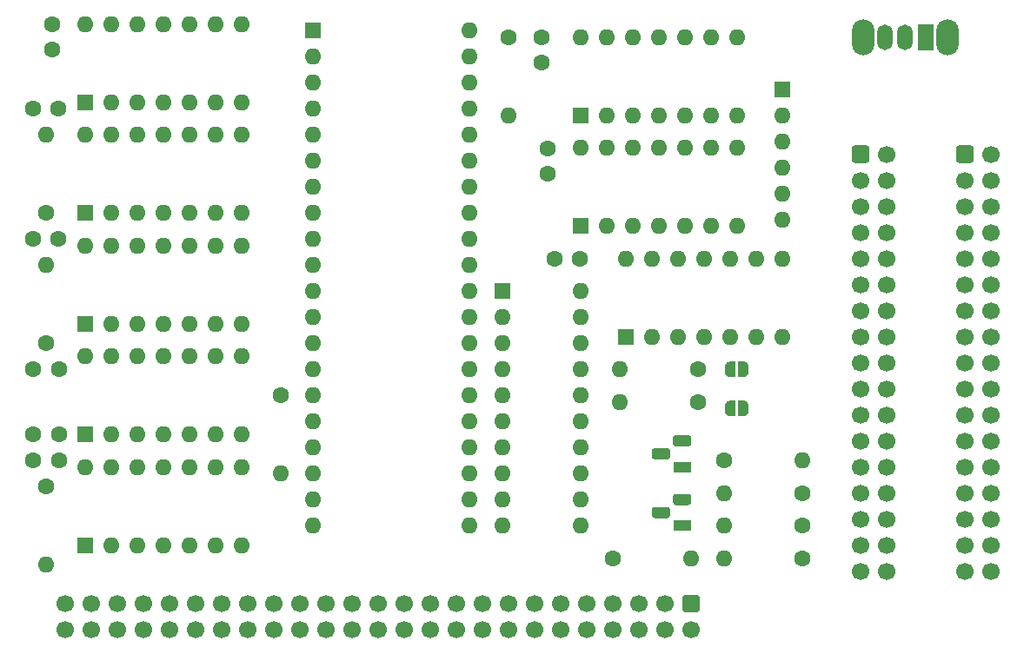
<source format=gts>
G04 #@! TF.GenerationSoftware,KiCad,Pcbnew,(5.1.12)-1*
G04 #@! TF.CreationDate,2024-01-30T17:24:50+00:00*
G04 #@! TF.ProjectId,CPC-DDI20,4350432d-4444-4493-9230-2e6b69636164,rev?*
G04 #@! TF.SameCoordinates,Original*
G04 #@! TF.FileFunction,Soldermask,Top*
G04 #@! TF.FilePolarity,Negative*
%FSLAX46Y46*%
G04 Gerber Fmt 4.6, Leading zero omitted, Abs format (unit mm)*
G04 Created by KiCad (PCBNEW (5.1.12)-1) date 2024-01-30 17:24:50*
%MOMM*%
%LPD*%
G01*
G04 APERTURE LIST*
%ADD10O,1.600000X1.600000*%
%ADD11R,1.600000X1.600000*%
%ADD12O,2.200000X3.500000*%
%ADD13O,1.500000X2.500000*%
%ADD14R,1.500000X2.500000*%
%ADD15C,1.600000*%
%ADD16C,1.700000*%
%ADD17R,1.800000X1.100000*%
%ADD18C,0.100000*%
G04 APERTURE END LIST*
D10*
X208915000Y-117475000D03*
X224155000Y-125095000D03*
X211455000Y-117475000D03*
X221615000Y-125095000D03*
X213995000Y-117475000D03*
X219075000Y-125095000D03*
X216535000Y-117475000D03*
X216535000Y-125095000D03*
X219075000Y-117475000D03*
X213995000Y-125095000D03*
X221615000Y-117475000D03*
X211455000Y-125095000D03*
X224155000Y-117475000D03*
D11*
X208915000Y-125095000D03*
D10*
X160655000Y-127000000D03*
X175895000Y-134620000D03*
X163195000Y-127000000D03*
X173355000Y-134620000D03*
X165735000Y-127000000D03*
X170815000Y-134620000D03*
X168275000Y-127000000D03*
X168275000Y-134620000D03*
X170815000Y-127000000D03*
X165735000Y-134620000D03*
X173355000Y-127000000D03*
X163195000Y-134620000D03*
X175895000Y-127000000D03*
D11*
X160655000Y-134620000D03*
D12*
X236470000Y-106680000D03*
X244670000Y-106680000D03*
D13*
X238570000Y-106680000D03*
X240570000Y-106680000D03*
D14*
X242570000Y-106680000D03*
D15*
X155615000Y-145415000D03*
X158115000Y-145415000D03*
D10*
X228600000Y-124460000D03*
X228600000Y-121920000D03*
X228600000Y-119380000D03*
X228600000Y-116840000D03*
X228600000Y-114300000D03*
D11*
X228600000Y-111760000D03*
D10*
X160655000Y-137795000D03*
X175895000Y-145415000D03*
X163195000Y-137795000D03*
X173355000Y-145415000D03*
X165735000Y-137795000D03*
X170815000Y-145415000D03*
X168275000Y-137795000D03*
X168275000Y-145415000D03*
X170815000Y-137795000D03*
X165735000Y-145415000D03*
X173355000Y-137795000D03*
X163195000Y-145415000D03*
X175895000Y-137795000D03*
D11*
X160655000Y-145415000D03*
D16*
X158750000Y-164465000D03*
X161290000Y-164465000D03*
X163830000Y-164465000D03*
X166370000Y-164465000D03*
X168910000Y-164465000D03*
X171450000Y-164465000D03*
X173990000Y-164465000D03*
X176530000Y-164465000D03*
X179070000Y-164465000D03*
X181610000Y-164465000D03*
X184150000Y-164465000D03*
X186690000Y-164465000D03*
X189230000Y-164465000D03*
X191770000Y-164465000D03*
X194310000Y-164465000D03*
X196850000Y-164465000D03*
X199390000Y-164465000D03*
X201930000Y-164465000D03*
X204470000Y-164465000D03*
X207010000Y-164465000D03*
X209550000Y-164465000D03*
X212090000Y-164465000D03*
X214630000Y-164465000D03*
X217170000Y-164465000D03*
X219710000Y-164465000D03*
X158750000Y-161925000D03*
X161290000Y-161925000D03*
X163830000Y-161925000D03*
X166370000Y-161925000D03*
X168910000Y-161925000D03*
X171450000Y-161925000D03*
X173990000Y-161925000D03*
X176530000Y-161925000D03*
X179070000Y-161925000D03*
X181610000Y-161925000D03*
X184150000Y-161925000D03*
X186690000Y-161925000D03*
X189230000Y-161925000D03*
X191770000Y-161925000D03*
X194310000Y-161925000D03*
X196850000Y-161925000D03*
X199390000Y-161925000D03*
X201930000Y-161925000D03*
X204470000Y-161925000D03*
X207010000Y-161925000D03*
X209550000Y-161925000D03*
X212090000Y-161925000D03*
X214630000Y-161925000D03*
X217170000Y-161925000D03*
G36*
G01*
X219110000Y-161075000D02*
X220310000Y-161075000D01*
G75*
G02*
X220560000Y-161325000I0J-250000D01*
G01*
X220560000Y-162525000D01*
G75*
G02*
X220310000Y-162775000I-250000J0D01*
G01*
X219110000Y-162775000D01*
G75*
G02*
X218860000Y-162525000I0J250000D01*
G01*
X218860000Y-161325000D01*
G75*
G02*
X219110000Y-161075000I250000J0D01*
G01*
G37*
D17*
X218840000Y-148590000D03*
G36*
G01*
X219465000Y-146600000D02*
X218215000Y-146600000D01*
G75*
G02*
X217940000Y-146325000I0J275000D01*
G01*
X217940000Y-145775000D01*
G75*
G02*
X218215000Y-145500000I275000J0D01*
G01*
X219465000Y-145500000D01*
G75*
G02*
X219740000Y-145775000I0J-275000D01*
G01*
X219740000Y-146325000D01*
G75*
G02*
X219465000Y-146600000I-275000J0D01*
G01*
G37*
G36*
G01*
X217395000Y-147870000D02*
X216145000Y-147870000D01*
G75*
G02*
X215870000Y-147595000I0J275000D01*
G01*
X215870000Y-147045000D01*
G75*
G02*
X216145000Y-146770000I275000J0D01*
G01*
X217395000Y-146770000D01*
G75*
G02*
X217670000Y-147045000I0J-275000D01*
G01*
X217670000Y-147595000D01*
G75*
G02*
X217395000Y-147870000I-275000J0D01*
G01*
G37*
X218840000Y-154305000D03*
G36*
G01*
X219465000Y-152315000D02*
X218215000Y-152315000D01*
G75*
G02*
X217940000Y-152040000I0J275000D01*
G01*
X217940000Y-151490000D01*
G75*
G02*
X218215000Y-151215000I275000J0D01*
G01*
X219465000Y-151215000D01*
G75*
G02*
X219740000Y-151490000I0J-275000D01*
G01*
X219740000Y-152040000D01*
G75*
G02*
X219465000Y-152315000I-275000J0D01*
G01*
G37*
G36*
G01*
X217395000Y-153585000D02*
X216145000Y-153585000D01*
G75*
G02*
X215870000Y-153310000I0J275000D01*
G01*
X215870000Y-152760000D01*
G75*
G02*
X216145000Y-152485000I275000J0D01*
G01*
X217395000Y-152485000D01*
G75*
G02*
X217670000Y-152760000I0J-275000D01*
G01*
X217670000Y-153310000D01*
G75*
G02*
X217395000Y-153585000I-275000J0D01*
G01*
G37*
D16*
X248920000Y-158750000D03*
X248920000Y-156210000D03*
X248920000Y-153670000D03*
X248920000Y-151130000D03*
X248920000Y-148590000D03*
X248920000Y-146050000D03*
X248920000Y-143510000D03*
X248920000Y-140970000D03*
X248920000Y-138430000D03*
X248920000Y-135890000D03*
X248920000Y-133350000D03*
X248920000Y-130810000D03*
X248920000Y-128270000D03*
X248920000Y-125730000D03*
X248920000Y-123190000D03*
X248920000Y-120650000D03*
X248920000Y-118110000D03*
X246380000Y-158750000D03*
X246380000Y-156210000D03*
X246380000Y-153670000D03*
X246380000Y-151130000D03*
X246380000Y-148590000D03*
X246380000Y-146050000D03*
X246380000Y-143510000D03*
X246380000Y-140970000D03*
X246380000Y-138430000D03*
X246380000Y-135890000D03*
X246380000Y-133350000D03*
X246380000Y-130810000D03*
X246380000Y-128270000D03*
X246380000Y-125730000D03*
X246380000Y-123190000D03*
X246380000Y-120650000D03*
G36*
G01*
X245530000Y-118710000D02*
X245530000Y-117510000D01*
G75*
G02*
X245780000Y-117260000I250000J0D01*
G01*
X246980000Y-117260000D01*
G75*
G02*
X247230000Y-117510000I0J-250000D01*
G01*
X247230000Y-118710000D01*
G75*
G02*
X246980000Y-118960000I-250000J0D01*
G01*
X245780000Y-118960000D01*
G75*
G02*
X245530000Y-118710000I0J250000D01*
G01*
G37*
X238760000Y-158750000D03*
X238760000Y-156210000D03*
X238760000Y-153670000D03*
X238760000Y-151130000D03*
X238760000Y-148590000D03*
X238760000Y-146050000D03*
X238760000Y-143510000D03*
X238760000Y-140970000D03*
X238760000Y-138430000D03*
X238760000Y-135890000D03*
X238760000Y-133350000D03*
X238760000Y-130810000D03*
X238760000Y-128270000D03*
X238760000Y-125730000D03*
X238760000Y-123190000D03*
X238760000Y-120650000D03*
X238760000Y-118110000D03*
X236220000Y-158750000D03*
X236220000Y-156210000D03*
X236220000Y-153670000D03*
X236220000Y-151130000D03*
X236220000Y-148590000D03*
X236220000Y-146050000D03*
X236220000Y-143510000D03*
X236220000Y-140970000D03*
X236220000Y-138430000D03*
X236220000Y-135890000D03*
X236220000Y-133350000D03*
X236220000Y-130810000D03*
X236220000Y-128270000D03*
X236220000Y-125730000D03*
X236220000Y-123190000D03*
X236220000Y-120650000D03*
G36*
G01*
X235370000Y-118710000D02*
X235370000Y-117510000D01*
G75*
G02*
X235620000Y-117260000I250000J0D01*
G01*
X236820000Y-117260000D01*
G75*
G02*
X237070000Y-117510000I0J-250000D01*
G01*
X237070000Y-118710000D01*
G75*
G02*
X236820000Y-118960000I-250000J0D01*
G01*
X235620000Y-118960000D01*
G75*
G02*
X235370000Y-118710000I0J250000D01*
G01*
G37*
D10*
X156845000Y-116205000D03*
D15*
X156845000Y-123825000D03*
X206375000Y-128310000D03*
X208875000Y-128310000D03*
X155575000Y-126325000D03*
X158075000Y-126325000D03*
X205105000Y-109180000D03*
X205105000Y-106680000D03*
X205740000Y-120015000D03*
X205740000Y-117515000D03*
D10*
X160655000Y-116205000D03*
X175895000Y-123825000D03*
X163195000Y-116205000D03*
X173355000Y-123825000D03*
X165735000Y-116205000D03*
X170815000Y-123825000D03*
X168275000Y-116205000D03*
X168275000Y-123825000D03*
X170815000Y-116205000D03*
X165735000Y-123825000D03*
X173355000Y-116205000D03*
X163195000Y-123825000D03*
X175895000Y-116205000D03*
D11*
X160655000Y-123825000D03*
D10*
X160655000Y-105410000D03*
X175895000Y-113030000D03*
X163195000Y-105410000D03*
X173355000Y-113030000D03*
X165735000Y-105410000D03*
X170815000Y-113030000D03*
X168275000Y-105410000D03*
X168275000Y-113030000D03*
X170815000Y-105410000D03*
X165735000Y-113030000D03*
X173355000Y-105410000D03*
X163195000Y-113030000D03*
X175895000Y-105410000D03*
D11*
X160655000Y-113030000D03*
D10*
X201930000Y-114300000D03*
D15*
X201930000Y-106680000D03*
D10*
X179705000Y-149225000D03*
D15*
X179705000Y-141605000D03*
D10*
X230505000Y-147955000D03*
D15*
X222885000Y-147955000D03*
D10*
X222885000Y-151130000D03*
D15*
X230505000Y-151130000D03*
D10*
X222885000Y-154305000D03*
D15*
X230505000Y-154305000D03*
D10*
X219710000Y-157480000D03*
D15*
X212090000Y-157480000D03*
D10*
X222885000Y-157480000D03*
D15*
X230505000Y-157480000D03*
D10*
X156845000Y-158115000D03*
D15*
X156845000Y-150495000D03*
D10*
X212725000Y-139065000D03*
D15*
X220345000Y-139065000D03*
D10*
X212725000Y-142240000D03*
D15*
X220345000Y-142240000D03*
D10*
X156845000Y-128905000D03*
D15*
X156845000Y-136525000D03*
D18*
G36*
X224020000Y-143625000D02*
G01*
X223520000Y-143625000D01*
X223520000Y-143624398D01*
X223495466Y-143624398D01*
X223446635Y-143619588D01*
X223398510Y-143610016D01*
X223351555Y-143595772D01*
X223306222Y-143576995D01*
X223262949Y-143553864D01*
X223222150Y-143526604D01*
X223184221Y-143495476D01*
X223149524Y-143460779D01*
X223118396Y-143422850D01*
X223091136Y-143382051D01*
X223068005Y-143338778D01*
X223049228Y-143293445D01*
X223034984Y-143246490D01*
X223025412Y-143198365D01*
X223020602Y-143149534D01*
X223020602Y-143125000D01*
X223020000Y-143125000D01*
X223020000Y-142625000D01*
X223020602Y-142625000D01*
X223020602Y-142600466D01*
X223025412Y-142551635D01*
X223034984Y-142503510D01*
X223049228Y-142456555D01*
X223068005Y-142411222D01*
X223091136Y-142367949D01*
X223118396Y-142327150D01*
X223149524Y-142289221D01*
X223184221Y-142254524D01*
X223222150Y-142223396D01*
X223262949Y-142196136D01*
X223306222Y-142173005D01*
X223351555Y-142154228D01*
X223398510Y-142139984D01*
X223446635Y-142130412D01*
X223495466Y-142125602D01*
X223520000Y-142125602D01*
X223520000Y-142125000D01*
X224020000Y-142125000D01*
X224020000Y-143625000D01*
G37*
G36*
X224820000Y-142125602D02*
G01*
X224844534Y-142125602D01*
X224893365Y-142130412D01*
X224941490Y-142139984D01*
X224988445Y-142154228D01*
X225033778Y-142173005D01*
X225077051Y-142196136D01*
X225117850Y-142223396D01*
X225155779Y-142254524D01*
X225190476Y-142289221D01*
X225221604Y-142327150D01*
X225248864Y-142367949D01*
X225271995Y-142411222D01*
X225290772Y-142456555D01*
X225305016Y-142503510D01*
X225314588Y-142551635D01*
X225319398Y-142600466D01*
X225319398Y-142625000D01*
X225320000Y-142625000D01*
X225320000Y-143125000D01*
X225319398Y-143125000D01*
X225319398Y-143149534D01*
X225314588Y-143198365D01*
X225305016Y-143246490D01*
X225290772Y-143293445D01*
X225271995Y-143338778D01*
X225248864Y-143382051D01*
X225221604Y-143422850D01*
X225190476Y-143460779D01*
X225155779Y-143495476D01*
X225117850Y-143526604D01*
X225077051Y-143553864D01*
X225033778Y-143576995D01*
X224988445Y-143595772D01*
X224941490Y-143610016D01*
X224893365Y-143619588D01*
X224844534Y-143624398D01*
X224820000Y-143624398D01*
X224820000Y-143625000D01*
X224320000Y-143625000D01*
X224320000Y-142125000D01*
X224820000Y-142125000D01*
X224820000Y-142125602D01*
G37*
G36*
X224020000Y-139815000D02*
G01*
X223520000Y-139815000D01*
X223520000Y-139814398D01*
X223495466Y-139814398D01*
X223446635Y-139809588D01*
X223398510Y-139800016D01*
X223351555Y-139785772D01*
X223306222Y-139766995D01*
X223262949Y-139743864D01*
X223222150Y-139716604D01*
X223184221Y-139685476D01*
X223149524Y-139650779D01*
X223118396Y-139612850D01*
X223091136Y-139572051D01*
X223068005Y-139528778D01*
X223049228Y-139483445D01*
X223034984Y-139436490D01*
X223025412Y-139388365D01*
X223020602Y-139339534D01*
X223020602Y-139315000D01*
X223020000Y-139315000D01*
X223020000Y-138815000D01*
X223020602Y-138815000D01*
X223020602Y-138790466D01*
X223025412Y-138741635D01*
X223034984Y-138693510D01*
X223049228Y-138646555D01*
X223068005Y-138601222D01*
X223091136Y-138557949D01*
X223118396Y-138517150D01*
X223149524Y-138479221D01*
X223184221Y-138444524D01*
X223222150Y-138413396D01*
X223262949Y-138386136D01*
X223306222Y-138363005D01*
X223351555Y-138344228D01*
X223398510Y-138329984D01*
X223446635Y-138320412D01*
X223495466Y-138315602D01*
X223520000Y-138315602D01*
X223520000Y-138315000D01*
X224020000Y-138315000D01*
X224020000Y-139815000D01*
G37*
G36*
X224820000Y-138315602D02*
G01*
X224844534Y-138315602D01*
X224893365Y-138320412D01*
X224941490Y-138329984D01*
X224988445Y-138344228D01*
X225033778Y-138363005D01*
X225077051Y-138386136D01*
X225117850Y-138413396D01*
X225155779Y-138444524D01*
X225190476Y-138479221D01*
X225221604Y-138517150D01*
X225248864Y-138557949D01*
X225271995Y-138601222D01*
X225290772Y-138646555D01*
X225305016Y-138693510D01*
X225314588Y-138741635D01*
X225319398Y-138790466D01*
X225319398Y-138815000D01*
X225320000Y-138815000D01*
X225320000Y-139315000D01*
X225319398Y-139315000D01*
X225319398Y-139339534D01*
X225314588Y-139388365D01*
X225305016Y-139436490D01*
X225290772Y-139483445D01*
X225271995Y-139528778D01*
X225248864Y-139572051D01*
X225221604Y-139612850D01*
X225190476Y-139650779D01*
X225155779Y-139685476D01*
X225117850Y-139716604D01*
X225077051Y-139743864D01*
X225033778Y-139766995D01*
X224988445Y-139785772D01*
X224941490Y-139800016D01*
X224893365Y-139809588D01*
X224844534Y-139814398D01*
X224820000Y-139814398D01*
X224820000Y-139815000D01*
X224320000Y-139815000D01*
X224320000Y-138315000D01*
X224820000Y-138315000D01*
X224820000Y-138315602D01*
G37*
D10*
X213360000Y-128270000D03*
X228600000Y-135890000D03*
X215900000Y-128270000D03*
X226060000Y-135890000D03*
X218440000Y-128270000D03*
X223520000Y-135890000D03*
X220980000Y-128270000D03*
X220980000Y-135890000D03*
X223520000Y-128270000D03*
X218440000Y-135890000D03*
X226060000Y-128270000D03*
X215900000Y-135890000D03*
X228600000Y-128270000D03*
D11*
X213360000Y-135890000D03*
D10*
X160655000Y-148590000D03*
X175895000Y-156210000D03*
X163195000Y-148590000D03*
X173355000Y-156210000D03*
X165735000Y-148590000D03*
X170815000Y-156210000D03*
X168275000Y-148590000D03*
X168275000Y-156210000D03*
X170815000Y-148590000D03*
X165735000Y-156210000D03*
X173355000Y-148590000D03*
X163195000Y-156210000D03*
X175895000Y-148590000D03*
D11*
X160655000Y-156210000D03*
D10*
X208915000Y-106680000D03*
X224155000Y-114300000D03*
X211455000Y-106680000D03*
X221615000Y-114300000D03*
X213995000Y-106680000D03*
X219075000Y-114300000D03*
X216535000Y-106680000D03*
X216535000Y-114300000D03*
X219075000Y-106680000D03*
X213995000Y-114300000D03*
X221615000Y-106680000D03*
X211455000Y-114300000D03*
X224155000Y-106680000D03*
D11*
X208915000Y-114300000D03*
D10*
X208915000Y-131445000D03*
X201295000Y-154305000D03*
X208915000Y-133985000D03*
X201295000Y-151765000D03*
X208915000Y-136525000D03*
X201295000Y-149225000D03*
X208915000Y-139065000D03*
X201295000Y-146685000D03*
X208915000Y-141605000D03*
X201295000Y-144145000D03*
X208915000Y-144145000D03*
X201295000Y-141605000D03*
X208915000Y-146685000D03*
X201295000Y-139065000D03*
X208915000Y-149225000D03*
X201295000Y-136525000D03*
X208915000Y-151765000D03*
X201295000Y-133985000D03*
X208915000Y-154305000D03*
D11*
X201295000Y-131445000D03*
D10*
X198120000Y-106045000D03*
X182880000Y-154305000D03*
X198120000Y-108585000D03*
X182880000Y-151765000D03*
X198120000Y-111125000D03*
X182880000Y-149225000D03*
X198120000Y-113665000D03*
X182880000Y-146685000D03*
X198120000Y-116205000D03*
X182880000Y-144145000D03*
X198120000Y-118745000D03*
X182880000Y-141605000D03*
X198120000Y-121285000D03*
X182880000Y-139065000D03*
X198120000Y-123825000D03*
X182880000Y-136525000D03*
X198120000Y-126365000D03*
X182880000Y-133985000D03*
X198120000Y-128905000D03*
X182880000Y-131445000D03*
X198120000Y-131445000D03*
X182880000Y-128905000D03*
X198120000Y-133985000D03*
X182880000Y-126365000D03*
X198120000Y-136525000D03*
X182880000Y-123825000D03*
X198120000Y-139065000D03*
X182880000Y-121285000D03*
X198120000Y-141605000D03*
X182880000Y-118745000D03*
X198120000Y-144145000D03*
X182880000Y-116205000D03*
X198120000Y-146685000D03*
X182880000Y-113665000D03*
X198120000Y-149225000D03*
X182880000Y-111125000D03*
X198120000Y-151765000D03*
X182880000Y-108585000D03*
X198120000Y-154305000D03*
D11*
X182880000Y-106045000D03*
D15*
X157480000Y-107910000D03*
X157480000Y-105410000D03*
X155575000Y-113665000D03*
X158075000Y-113665000D03*
X155615000Y-139065000D03*
X158115000Y-139065000D03*
X155615000Y-147955000D03*
X158115000Y-147955000D03*
M02*

</source>
